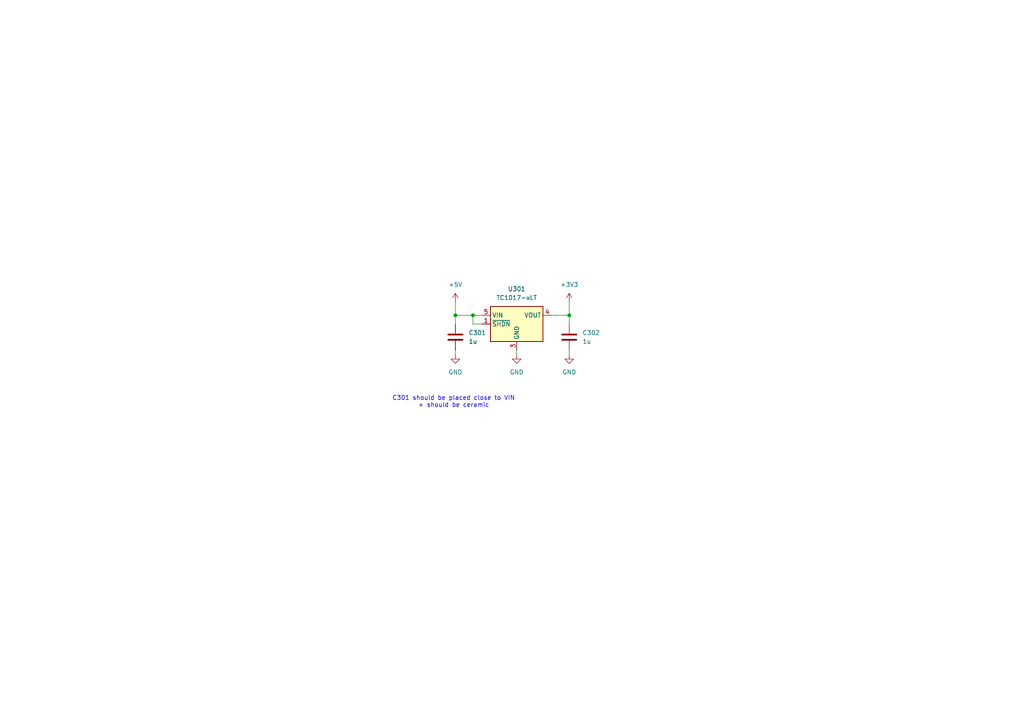
<source format=kicad_sch>
(kicad_sch (version 20231120) (generator "eeschema") (generator_version "8.0")
  (paper "A4")
  (title_block (title "Power"))
  (lib_symbols
    (symbol "Device:C" (pin_numbers hide) (pin_names (offset 0.254))
      (property "Reference" "C" (at 0.635 2.54 0))
      (property "Value" "C" (at 0.635 -2.54 0))
      (symbol "C_0_1"
        (polyline (pts (xy -2.032 -0.762) (xy 2.032 -0.762)) (stroke (width 0.508)))
        (polyline (pts (xy -2.032 0.762) (xy 2.032 0.762)) (stroke (width 0.508)))
      )
      (symbol "C_1_1"
        (pin passive line (at 0 3.81 270) (length 2.794) (name "~") (number "1"))
        (pin passive line (at 0 -3.81 90) (length 2.794) (name "~") (number "2"))
      )
    )
    (symbol "Regulator_Linear:TC1017-xLT"
      (property "Reference" "U" (at -6.35 6.35 0))
      (property "Value" "TC1017-xLT" (at 0 6.35 0))
      (symbol "TC1017-xLT_0_1"
        (rectangle (start -7.62 5.08) (end 7.62 -5.08) (stroke (width 0.254)) (fill (type background)))
      )
      (symbol "TC1017-xLT_1_1"
        (pin input line (at -10.16 0 0) (length 2.54) (name "~{SHDN}") (number "1"))
        (pin no_connect line (at 7.62 0 180) (length 2.54) hide (name "NC") (number "2"))
        (pin power_in line (at 0 -7.62 90) (length 2.54) (name "GND") (number "3"))
        (pin power_out line (at 10.16 2.54 180) (length 2.54) (name "VOUT") (number "4"))
        (pin power_in line (at -10.16 2.54 0) (length 2.54) (name "VIN") (number "5"))
      )
    )
    (symbol "power:+3V3" (power) (pin_numbers hide) (pin_names (offset 0) hide)
      (property "Value" "+3V3" (at 0 3.556 0))
      (symbol "+3V3_0_1"
        (polyline (pts (xy -0.762 1.27) (xy 0 2.54)))
        (polyline (pts (xy 0 0) (xy 0 2.54)))
        (polyline (pts (xy 0 2.54) (xy 0.762 1.27)))
      )
      (symbol "+3V3_1_1"
        (pin power_in line (at 0 0 90) (length 0) (name "~") (number "1"))
      )
    )
    (symbol "power:+5V" (power) (pin_numbers hide) (pin_names (offset 0) hide)
      (property "Value" "+5V" (at 0 3.556 0))
      (symbol "+5V_0_1"
        (polyline (pts (xy -0.762 1.27) (xy 0 2.54)))
        (polyline (pts (xy 0 0) (xy 0 2.54)))
        (polyline (pts (xy 0 2.54) (xy 0.762 1.27)))
      )
      (symbol "+5V_1_1"
        (pin power_in line (at 0 0 90) (length 0) (name "~") (number "1"))
      )
    )
    (symbol "power:GND" (power) (pin_numbers hide) (pin_names (offset 0) hide)
      (property "Value" "GND" (at 0 -3.81 0))
      (symbol "GND_0_1"
        (polyline (pts (xy 0 0) (xy 0 -1.27) (xy 1.27 -1.27) (xy 0 -2.54) (xy -1.27 -1.27) (xy 0 -1.27)))
      )
      (symbol "GND_1_1"
        (pin power_in line (at 0 0 270) (length 0) (name "~") (number "1"))
      )
    )
  )
  (junction (at 137.16 91.44))
  (junction (at 132.08 91.44))
  (junction (at 165.1 91.44))
  (wire (pts (xy 137.16 91.44) (xy 137.16 93.98)))
  (wire (pts (xy 132.08 101.6) (xy 132.08 102.87)))
  (wire (pts (xy 165.1 91.44) (xy 165.1 93.98)))
  (wire (pts (xy 160.02 91.44) (xy 165.1 91.44)))
  (wire (pts (xy 137.16 93.98) (xy 139.7 93.98)))
  (wire (pts (xy 137.16 91.44) (xy 139.7 91.44)))
  (wire (pts (xy 165.1 87.63) (xy 165.1 91.44)))
  (wire (pts (xy 132.08 91.44) (xy 132.08 93.98)))
  (wire (pts (xy 149.86 102.87) (xy 149.86 101.6)))
  (wire (pts (xy 165.1 101.6) (xy 165.1 102.87)))
  (wire (pts (xy 132.08 87.63) (xy 132.08 91.44)))
  (wire (pts (xy 132.08 91.44) (xy 137.16 91.44)))
  (text "C301 should be placed close to VIN\n+ should be ceramic" (at 131.572 116.586 0) (effects (font (size 1.27 1.27))))
  (symbol (lib_id "power:GND") (at 165.1 102.87 0) (unit 1)
    (property "Reference" "#PWR017" (effects (hide yes)))
    (property "Value" "GND" (at 165.1 107.95 0))
    (property "Description" "Power symbol creates a global label with name \"GND\" , ground" (effects (hide yes)))
  )
  (symbol (lib_id "power:+5V") (at 132.08 87.63 0) (unit 1)
    (property "Reference" "#PWR0102" (effects (hide yes)))
    (property "Value" "+5V" (at 132.08 82.55 0))
    (property "Description" "Power symbol creates a global label with name \"+5V\"" (effects (hide yes)))
  )
  (symbol (lib_id "power:GND") (at 149.86 102.87 0) (unit 1)
    (property "Reference" "#PWR015" (effects (hide yes)))
    (property "Value" "GND" (at 149.86 107.95 0))
    (property "Description" "Power symbol creates a global label with name \"GND\" , ground" (effects (hide yes)))
  )
  (symbol (lib_id "Device:C") (at 165.1 97.79 0) (unit 1)
    (property "Reference" "C302" (at 168.91 96.5199 0) (effects (justify left)))
    (property "Value" "1u" (at 168.91 99.0599 0) (effects (justify left)))
    (property "Footprint" "Capacitor_SMD:C_1210_3225Metric_Pad1.33x2.70mm_HandSolder" (effects (hide yes)))
    (property "Description" "Unpolarized capacitor" (effects (hide yes)))
  )
  (symbol (lib_id "Regulator_Linear:TC1017-xLT") (at 149.86 93.98 0) (unit 1)
    (property "Reference" "U301" (at 149.86 83.82 0))
    (property "Value" "TC1017-xLT" (at 149.86 86.36 0))
    (property "Footprint" "Package_TO_SOT_SMD:SOT-353_SC-70-5" (effects (hide yes)))
    (property "Datasheet" "https://ww1.microchip.com/downloads/aemDocuments/documents/APID/ProductDocuments/DataSheets/TC1017-Data-Sheet-DS20001813.pdf" (effects (hide yes)))
    (property "Description" "150mA, Tiny CMOS LDO With Shutdown, SC-70-5" (effects (hide yes)))
    (property "Distributor link" "https://mou.sr/3KvsaQl" (effects (hide yes)))
  )
  (symbol (lib_id "power:+3V3") (at 165.1 87.63 0) (unit 1)
    (property "Reference" "#PWR016" (effects (hide yes)))
    (property "Value" "+3V3" (at 165.1 82.55 0))
    (property "Description" "Power symbol creates a global label with name \"+3V3\"" (effects (hide yes)))
  )
  (symbol (lib_id "power:GND") (at 132.08 102.87 0) (unit 1)
    (property "Reference" "#PWR014" (effects (hide yes)))
    (property "Value" "GND" (at 132.08 107.95 0))
    (property "Description" "Power symbol creates a global label with name \"GND\" , ground" (effects (hide yes)))
  )
  (symbol (lib_id "Device:C") (at 132.08 97.79 0) (unit 1)
    (property "Reference" "C301" (at 135.89 96.5199 0) (effects (justify left)))
    (property "Value" "1u" (at 135.89 99.0599 0) (effects (justify left)))
    (property "Footprint" "Capacitor_SMD:C_1210_3225Metric_Pad1.33x2.70mm_HandSolder" (effects (hide yes)))
    (property "Description" "Unpolarized capacitor" (effects (hide yes)))
  )
)
</source>
